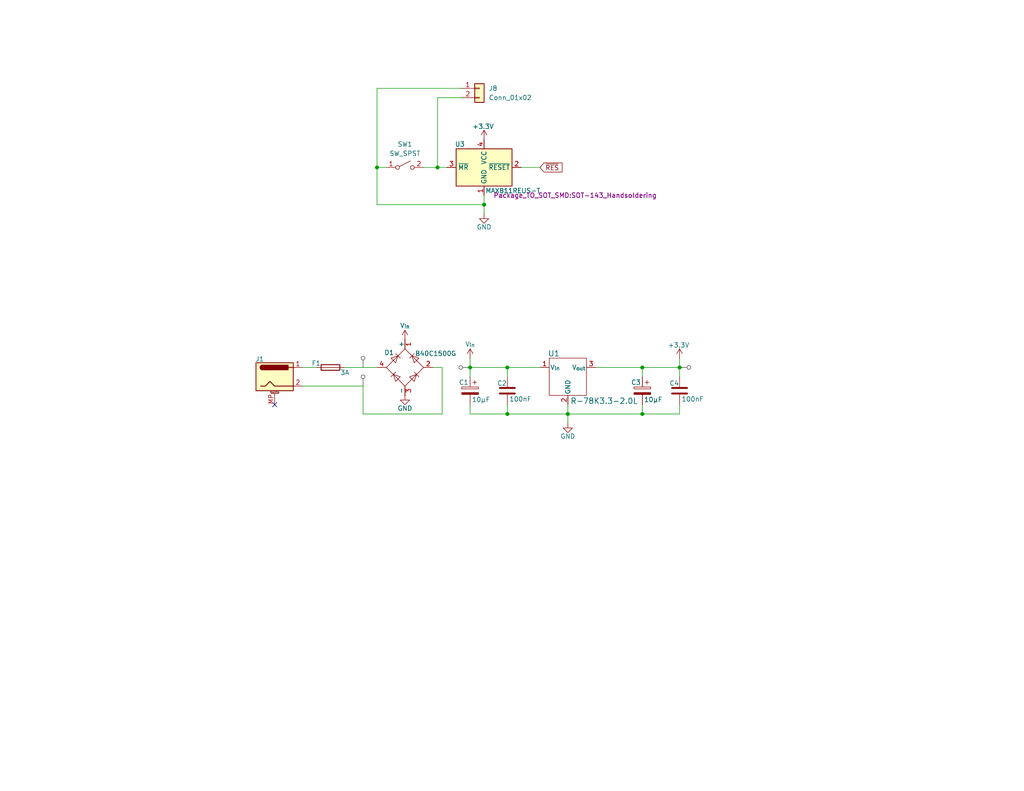
<source format=kicad_sch>
(kicad_sch (version 20231120) (generator "eeschema") (generator_version "8.0")
  (paper "A")
  (title_block (title "Sentinel 65X") (date "2024-05-24") (rev "5") (company "Studio 8502"))
  (lib_symbols
    (symbol "Connector:Barrel_Jack_MountingPin" (pin_names hide)
      (property "Reference" "J" (at 0 5.334 0))
      (property "Value" "Barrel_Jack_MountingPin" (at 1.27 -6.35 0))
      (symbol "Barrel_Jack_MountingPin_0_1"
        (rectangle (start -5.08 3.81) (end 5.08 -3.81) (stroke (width 0.254)) (fill (type background)))
        (arc (start -3.302 3.175) (mid -3.9343 2.54) (end -3.302 1.905) (stroke (width 0.254)))
        (arc (start -3.302 3.175) (mid -3.9343 2.54) (end -3.302 1.905) (stroke (width 0.254)) (fill (type outline)))
        (polyline (pts (xy 5.08 2.54) (xy 3.81 2.54)) (stroke (width 0.254)))
        (polyline (pts (xy -3.81 -2.54) (xy -2.54 -2.54) (xy -1.27 -1.27) (xy 0 -2.54) (xy 2.54 -2.54) (xy 5.08 -2.54)) (stroke (width 0.254)))
        (rectangle (start 3.683 3.175) (end -3.302 1.905) (stroke (width 0.254)) (fill (type outline)))
      )
      (symbol "Barrel_Jack_MountingPin_1_1"
        (polyline (pts (xy -1.016 -4.572) (xy 1.016 -4.572)) (stroke (width 0.1524)))
        (text "Mounting" (at 0 -4.191 0) (effects (font (size 0.381 0.381))))
        (pin passive line (at 7.62 2.54 180) (length 2.54) (name "~") (number "1"))
        (pin passive line (at 7.62 -2.54 180) (length 2.54) (name "~") (number "2"))
        (pin passive line (at 0 -7.62 90) (length 3.048) (name "MountPin") (number "MP"))
      )
    )
    (symbol "Connector_Generic:Conn_01x02" (pin_names (offset 1.016) hide)
      (property "Reference" "J" (at 0 2.54 0))
      (property "Value" "Conn_01x02" (at 0 -5.08 0))
      (symbol "Conn_01x02_1_1"
        (rectangle (start -1.27 -2.413) (end 0 -2.667) (stroke (width 0.1524)))
        (rectangle (start -1.27 0.127) (end 0 -0.127) (stroke (width 0.1524)))
        (rectangle (start -1.27 1.27) (end 1.27 -3.81) (stroke (width 0.254)) (fill (type background)))
        (pin passive line (at -5.08 0 0) (length 3.81) (name "Pin_1") (number "1"))
        (pin passive line (at -5.08 -2.54 0) (length 3.81) (name "Pin_2") (number "2"))
      )
    )
    (symbol "Device:C" (pin_numbers hide) (pin_names (offset 0.254))
      (property "Reference" "C" (at 0.635 2.54 0))
      (property "Value" "C" (at 0.635 -2.54 0))
      (symbol "C_0_1"
        (polyline (pts (xy -2.032 -0.762) (xy 2.032 -0.762)) (stroke (width 0.508)))
        (polyline (pts (xy -2.032 0.762) (xy 2.032 0.762)) (stroke (width 0.508)))
      )
      (symbol "C_1_1"
        (pin passive line (at 0 3.81 270) (length 2.794) (name "~") (number "1"))
        (pin passive line (at 0 -3.81 90) (length 2.794) (name "~") (number "2"))
      )
    )
    (symbol "Device:C_Polarized" (pin_numbers hide) (pin_names (offset 0.254))
      (property "Reference" "C" (at 0.635 2.54 0))
      (property "Value" "C_Polarized" (at 0.635 -2.54 0))
      (symbol "C_Polarized_0_1"
        (rectangle (start -2.286 0.508) (end 2.286 1.016))
        (polyline (pts (xy -1.778 2.286) (xy -0.762 2.286)))
        (polyline (pts (xy -1.27 2.794) (xy -1.27 1.778)))
        (rectangle (start 2.286 -0.508) (end -2.286 -1.016) (fill (type outline)))
      )
      (symbol "C_Polarized_1_1"
        (pin passive line (at 0 3.81 270) (length 2.794) (name "~") (number "1"))
        (pin passive line (at 0 -3.81 90) (length 2.794) (name "~") (number "2"))
      )
    )
    (symbol "Device:Fuse" (pin_numbers hide) (pin_names (offset 0))
      (property "Reference" "F" (at 2.032 0 90))
      (property "Value" "Fuse" (at -1.905 0 90))
      (symbol "Fuse_0_1"
        (rectangle (start -0.762 -2.54) (end 0.762 2.54) (stroke (width 0.254)))
        (polyline (pts (xy 0 2.54) (xy 0 -2.54)))
      )
      (symbol "Fuse_1_1"
        (pin passive line (at 0 3.81 270) (length 1.27) (name "~") (number "1"))
        (pin passive line (at 0 -3.81 90) (length 1.27) (name "~") (number "2"))
      )
    )
    (symbol "Diode_Bridge:B40C1500G" (pin_names (offset 0))
      (property "Reference" "D" (at 2.54 6.985 0))
      (property "Value" "B40C1500G" (at 2.54 5.08 0))
      (symbol "B40C1500G_0_1"
        (polyline (pts (xy -2.54 3.81) (xy -1.27 2.54)))
        (polyline (pts (xy -1.27 -2.54) (xy -2.54 -3.81)))
        (polyline (pts (xy 2.54 -1.27) (xy 3.81 -2.54)))
        (polyline (pts (xy 2.54 1.27) (xy 3.81 2.54)))
        (polyline (pts (xy -3.81 2.54) (xy -2.54 1.27) (xy -1.905 3.175) (xy -3.81 2.54)))
        (polyline (pts (xy -2.54 -1.27) (xy -3.81 -2.54) (xy -1.905 -3.175) (xy -2.54 -1.27)))
        (polyline (pts (xy 1.27 2.54) (xy 2.54 3.81) (xy 3.175 1.905) (xy 1.27 2.54)))
        (polyline (pts (xy 3.175 -1.905) (xy 1.27 -2.54) (xy 2.54 -3.81) (xy 3.175 -1.905)))
        (polyline (pts (xy -5.08 0) (xy 0 -5.08) (xy 5.08 0) (xy 0 5.08) (xy -5.08 0)))
      )
      (symbol "B40C1500G_1_1"
        (pin passive line (at 7.62 0 180) (length 2.54) (name "+") (number "1"))
        (pin passive line (at 0 -7.62 90) (length 2.54) (name "~") (number "2"))
        (pin passive line (at -7.62 0 0) (length 2.54) (name "-") (number "3"))
        (pin passive line (at 0 7.62 270) (length 2.54) (name "~") (number "4"))
      )
    )
    (symbol "Power_Supervisor:MAX811REUS-T"
      (property "Reference" "U" (at -7.62 6.35 0))
      (property "Value" "MAX811REUS-T" (at 1.27 6.35 0))
      (symbol "MAX811REUS-T_0_1"
        (rectangle (start -7.62 5.08) (end 7.62 -5.08) (stroke (width 0.254)) (fill (type background)))
      )
      (symbol "MAX811REUS-T_1_1"
        (pin power_in line (at 0 -7.62 90) (length 2.54) (name "GND") (number "1"))
        (pin output line (at 10.16 0 180) (length 2.54) (name "~{RESET}") (number "2"))
        (pin input line (at -10.16 0 0) (length 2.54) (name "~{MR}") (number "3"))
        (pin power_in line (at 0 7.62 270) (length 2.54) (name "VCC") (number "4"))
      )
    )
    (symbol "Sentinel 65X Prototype 5:R-78K3.3-2.0L" (pin_names (offset 0.254))
      (property "Reference" "U" (at 8.128 3.556 0))
      (property "Value" "R-78K3.3-2.0L" (at 22.098 -8.89 0))
      (symbol "R-78K3.3-2.0L_1_1"
        (rectangle (start 7.62 2.54) (end 17.78 -7.62))
        (pin power_in line (at 5.08 0 0) (length 2.54) (name "V_{in}") (number "1"))
        (pin power_out line (at 12.7 -10.16 90) (length 2.54) (name "GND") (number "2"))
        (pin power_out line (at 20.32 0 180) (length 2.54) (name "V_{out}") (number "3"))
      )
    )
    (symbol "Switch:SW_SPST" (pin_names (offset 0) hide)
      (property "Reference" "SW" (at 0 3.175 0))
      (property "Value" "SW_SPST" (at 0 -2.54 0))
      (symbol "SW_SPST_0_0"
        (circle (center -2.032 0) (radius 0.508))
        (polyline (pts (xy -1.524 0.254) (xy 1.524 1.778)))
        (circle (center 2.032 0) (radius 0.508))
      )
      (symbol "SW_SPST_1_1"
        (pin passive line (at -5.08 0 0) (length 2.54) (name "A") (number "1"))
        (pin passive line (at 5.08 0 180) (length 2.54) (name "B") (number "2"))
      )
    )
    (symbol "power:+3.3V" (power) (pin_numbers hide) (pin_names (offset 0) hide)
      (property "Value" "+3.3V" (at 0 3.556 0))
      (symbol "+3.3V_0_1"
        (polyline (pts (xy -0.762 1.27) (xy 0 2.54)))
        (polyline (pts (xy 0 0) (xy 0 2.54)))
        (polyline (pts (xy 0 2.54) (xy 0.762 1.27)))
      )
      (symbol "+3.3V_1_1"
        (pin power_in line (at 0 0 90) (length 0) (name "~") (number "1"))
      )
    )
    (symbol "power:GND" (power) (pin_numbers hide) (pin_names (offset 0) hide)
      (property "Value" "GND" (at 0 -3.81 0))
      (symbol "GND_0_1"
        (polyline (pts (xy 0 0) (xy 0 -1.27) (xy 1.27 -1.27) (xy 0 -2.54) (xy -1.27 -1.27) (xy 0 -1.27)))
      )
      (symbol "GND_1_1"
        (pin power_in line (at 0 0 270) (length 0) (name "~") (number "1"))
      )
    )
    (symbol "power:VCC" (power) (pin_numbers hide) (pin_names (offset 0) hide)
      (property "Value" "VCC" (at 0 3.556 0))
      (symbol "VCC_0_1"
        (polyline (pts (xy -0.762 1.27) (xy 0 2.54)))
        (polyline (pts (xy 0 0) (xy 0 2.54)))
        (polyline (pts (xy 0 2.54) (xy 0.762 1.27)))
      )
      (symbol "VCC_1_1"
        (pin power_in line (at 0 0 90) (length 0) (name "~") (number "1"))
      )
    )
  )
  (bus_alias "Control_Signals" (members "~{RES}" "~{IRQ}" "~{VIRQ}" "~{NMI}" "~{RD}" "~{WR}" "R/~{W}"))
  (junction (at 185.42 100.33))
  (junction (at 119.38 45.72))
  (junction (at 138.43 100.33))
  (junction (at 138.43 113.03))
  (junction (at 128.27 100.33))
  (junction (at 132.08 55.88))
  (junction (at 154.94 113.03))
  (junction (at 175.26 100.33))
  (junction (at 175.26 113.03))
  (junction (at 102.87 45.72))
  (no_connect (at 74.93 110.49))
  (wire (pts (xy 175.26 110.49) (xy 175.26 113.03)))
  (wire (pts (xy 115.57 45.72) (xy 119.38 45.72)))
  (wire (pts (xy 119.38 26.67) (xy 125.73 26.67)))
  (wire (pts (xy 138.43 100.33) (xy 138.43 102.87)))
  (wire (pts (xy 118.11 100.33) (xy 120.65 100.33)))
  (wire (pts (xy 128.27 110.49) (xy 128.27 113.03)))
  (wire (pts (xy 147.32 45.72) (xy 142.24 45.72)))
  (wire (pts (xy 82.55 100.33) (xy 86.36 100.33)))
  (wire (pts (xy 128.27 113.03) (xy 138.43 113.03)))
  (wire (pts (xy 82.55 105.41) (xy 99.06 105.41)))
  (wire (pts (xy 102.87 24.13) (xy 125.73 24.13)))
  (wire (pts (xy 99.06 105.41) (xy 99.06 113.03)))
  (wire (pts (xy 185.42 97.79) (xy 185.42 100.33)))
  (wire (pts (xy 175.26 100.33) (xy 185.42 100.33)))
  (wire (pts (xy 128.27 97.79) (xy 128.27 100.33)))
  (wire (pts (xy 102.87 45.72) (xy 105.41 45.72)))
  (wire (pts (xy 102.87 24.13) (xy 102.87 45.72)))
  (wire (pts (xy 128.27 100.33) (xy 138.43 100.33)))
  (wire (pts (xy 93.98 100.33) (xy 102.87 100.33)))
  (wire (pts (xy 132.08 58.42) (xy 132.08 55.88)))
  (wire (pts (xy 185.42 110.49) (xy 185.42 113.03)))
  (wire (pts (xy 138.43 110.49) (xy 138.43 113.03)))
  (wire (pts (xy 132.08 55.88) (xy 132.08 53.34)))
  (wire (pts (xy 119.38 45.72) (xy 121.92 45.72)))
  (wire (pts (xy 154.94 110.49) (xy 154.94 113.03)))
  (wire (pts (xy 102.87 45.72) (xy 102.87 55.88)))
  (wire (pts (xy 138.43 100.33) (xy 147.32 100.33)))
  (wire (pts (xy 185.42 100.33) (xy 185.42 102.87)))
  (wire (pts (xy 99.06 113.03) (xy 120.65 113.03)))
  (wire (pts (xy 175.26 113.03) (xy 185.42 113.03)))
  (wire (pts (xy 175.26 100.33) (xy 175.26 102.87)))
  (wire (pts (xy 120.65 100.33) (xy 120.65 113.03)))
  (wire (pts (xy 128.27 100.33) (xy 128.27 102.87)))
  (wire (pts (xy 138.43 113.03) (xy 154.94 113.03)))
  (wire (pts (xy 154.94 113.03) (xy 154.94 115.57)))
  (wire (pts (xy 119.38 26.67) (xy 119.38 45.72)))
  (wire (pts (xy 162.56 100.33) (xy 175.26 100.33)))
  (wire (pts (xy 154.94 113.03) (xy 175.26 113.03)))
  (wire (pts (xy 102.87 55.88) (xy 132.08 55.88)))
  (global_label "~{RES}" (shape input) (at 147.32 45.72 0) (property "Intersheetrefs" "${INTERSHEET_REFS}" (effects (hide yes))))
  (netclass_flag "" (length 2.54) (shape round) (at 99.06 100.33 0) (property "Netclass" "Power" (effects (hide yes))))
  (netclass_flag "" (length 2.54) (shape round) (at 128.27 100.33 90) (property "Netclass" "Power" (effects (hide yes))))
  (netclass_flag "" (length 2.54) (shape round) (at 99.06 105.41 0) (property "Netclass" "Power" (effects (hide yes))))
  (netclass_flag "" (length 2.54) (shape round) (at 185.42 100.33 270) (property "Netclass" "Power" (effects (hide yes))))
  (symbol (lib_id "Device:C") (at 185.42 106.68 0) (unit 1)
    (property "Reference" "C4" (at 182.626 104.648 0) (effects (justify left)))
    (property "Value" "100nF" (at 185.928 108.966 0) (effects (justify left)))
    (property "Footprint" "Capacitor_SMD:C_0402_1005Metric" (effects (hide yes)))
    (property "Datasheet" "https://wmsc.lcsc.com/wmsc/upload/file/pdf/v2/lcsc/2304140030_Samsung-Electro-Mechanics-CL05B104KO5NNNC_C1525.pdf" (effects (hide yes)))
    (property "Description" "50V 100nF X7R ±10% 0402  Multilayer Ceramic Capacitors MLCC - SMD/SMT ROHS" (effects (hide yes)))
    (property "JLCPCB Part #" "C307331" (effects (hide yes)))
    (property "Manufacturer" "Samsung Electro-Mechanics" (effects (hide yes)))
    (property "MFR.Part #" "CL05B104KB54PNC" (effects (hide yes)))
  )
  (symbol (lib_id "Device:C") (at 138.43 106.68 0) (unit 1)
    (property "Reference" "C2" (at 135.636 104.648 0) (effects (justify left)))
    (property "Value" "100nF" (at 138.938 108.966 0) (effects (justify left)))
    (property "Footprint" "Capacitor_SMD:C_0402_1005Metric" (effects (hide yes)))
    (property "Datasheet" "https://wmsc.lcsc.com/wmsc/upload/file/pdf/v2/lcsc/2304140030_Samsung-Electro-Mechanics-CL05B104KO5NNNC_C1525.pdf" (effects (hide yes)))
    (property "Description" "50V 100nF X7R ±10% 0402  Multilayer Ceramic Capacitors MLCC - SMD/SMT ROHS" (effects (hide yes)))
    (property "JLCPCB Part #" "C307331" (effects (hide yes)))
    (property "Manufacturer" "Samsung Electro-Mechanics" (effects (hide yes)))
    (property "MFR.Part #" "CL05B104KB54PNC" (effects (hide yes)))
  )
  (symbol (lib_id "power:GND") (at 154.94 115.57 0) (unit 1)
    (property "Reference" "#PWR04" (effects (hide yes)))
    (property "Value" "GND" (at 154.94 119.126 0))
    (property "Description" "Power symbol creates a global label with name \"GND\" , ground" (effects (hide yes)))
  )
  (symbol (lib_id "Device:C_Polarized") (at 128.27 106.68 0) (mirror y) (unit 1)
    (property "Reference" "C1" (at 127.8838 104.4093 0) (effects (justify left)))
    (property "Value" "10µF" (at 133.7731 109.1016 0) (effects (justify left)))
    (property "Footprint" "Capacitor_SMD:CP_Elec_6.3x5.4_Nichicon" (effects (hide yes)))
    (property "Datasheet" "https://wmsc.lcsc.com/wmsc/upload/file/pdf/v2/lcsc/2304140030_Nichicon-UWT1H100MCL1GB_C445064.pdf" (effects (hide yes)))
    (property "Description" "Polarized capacitor" (effects (hide yes)))
    (property "JLCPCB Part #" "C445064" (effects (hide yes)))
    (property "Manufacturer" "Nichicon" (effects (hide yes)))
    (property "MFR.Part #" "UWT1H100MCL1GB" (effects (hide yes)))
  )
  (symbol (lib_id "Connector_Generic:Conn_01x02") (at 130.81 24.13 0) (unit 1)
    (property "Reference" "J8" (at 133.35 24.1299 0) (effects (justify left)))
    (property "Value" "Conn_01x02" (at 133.35 26.6699 0) (effects (justify left)))
    (property "Footprint" "Connector_PinHeader_2.54mm:PinHeader_1x02_P2.54mm_Vertical_SMD_Pin1Left" (effects (hide yes)))
    (property "Datasheet" "https://wmsc.lcsc.com/wmsc/upload/file/pdf/v2/lcsc/2402260705_DEALON-DZ254S-11-02-48_C5160785.pdf" (effects (hide yes)))
    (property "Description" "Brick nogging Square Pins 2P 2.54mm Plugin 1x2P SMD,P=2.54mm Pin Headers ROHS Copy " (effects (hide yes)))
    (property "JLCPCB Part #" "C5160785" (effects (hide yes)))
    (property "Manufacturer" "DEALON" (effects (hide yes)))
    (property "MFR.Part #" "DZ254S-11-02-48" (effects (hide yes)))
  )
  (symbol (lib_id "Power_Supervisor:MAX811REUS-T") (at 132.08 45.72 0) (unit 1)
    (property "Reference" "U3" (at 125.476 39.37 0))
    (property "Value" "MAX811REUS-T" (at 139.954 52.07 0))
    (property "Footprint" "Package_TO_SOT_SMD:SOT-143_Handsoldering" (at 134.62 53.34 0) (effects (justify left)))
    (property "Datasheet" "https://datasheets.maximintegrated.com/en/ds/MAX811-MAX812.pdf" (effects (hide yes)))
    (property "Description" "Power supply supervisor, Manual reset, Threshold 2.63V, SOT-143" (effects (hide yes)))
    (property "JLCPCB Part #" "C53437" (effects (hide yes)))
    (property "Manufacturer" "Analog Devices Inc./Maxim Integrated" (effects (hide yes)))
    (property "MFR.Part #" "MAX811REUS+T" (effects (hide yes)))
  )
  (symbol (lib_id "Sentinel 65X Prototype 5:R-78K3.3-2.0L") (at 142.24 100.33 0) (unit 1)
    (property "Reference" "U1" (at 151.13 96.52 0) (effects (font (size 1.524 1.524))))
    (property "Value" "R-78K3.3-2.0L" (at 164.846 109.474 0) (effects (font (size 1.524 1.524))))
    (property "Footprint" "Sentinel 65X Prototype 5:R-78K-2p0L_RCP" (effects (hide yes)))
    (property "Datasheet" "https://www.mouser.ca/datasheet/2/468/R_78K_2_0-3105378.pdf" (effects (hide yes)))
    (property "Description" " Non-Isolated DC/DC Converters 2A 4.5-36Vin 3.3Vout " (effects (hide yes)))
    (property "Manufacturer" "RECOM Power" (effects (hide yes)))
    (property "MFR.Part #" " R-78K3.3-2.0L" (effects (hide yes)))
    (property "Mouser Part #" " 919-R-78K3.3-2.0L" (effects (hide yes)))
    (property "Digi-Key Part #" "945-R-78K3.3-2.0L-ND" (effects (hide yes)))
  )
  (symbol (lib_id "Diode_Bridge:B40C1500G") (at 110.49 100.33 90) (unit 1)
    (property "Reference" "D1" (at 106.172 96.266 90))
    (property "Value" "B40C1500G" (at 118.872 96.52 90))
    (property "Footprint" "Diode_THT:Diode_Bridge_Round_D9.8mm" (effects (hide yes)))
    (property "Datasheet" "https://www.vishay.com/docs/88501/b40c1500g.pdf" (effects (hide yes)))
    (property "Description" "Glass Passivated Single-Phase Bridge Rectifier, 40V Vrms, 1.5A If, WOG package" (effects (hide yes)))
  )
  (symbol (lib_id "Device:Fuse") (at 90.17 100.33 90) (unit 1)
    (property "Reference" "F1" (at 87.5253 99.1932 90) (effects (justify left)))
    (property "Value" "3A" (at 95.344 101.7167 90) (effects (justify left)))
    (property "Footprint" "Fuse:Fuseholder_Clip-5x20mm_Schurter_CQM_Inline_P20.60x5.00mm_D1.00mm_Horizontal" (effects (hide yes)))
    (property "Datasheet" "https://wmsc.lcsc.com/wmsc/upload/file/pdf/v2/lcsc/2304140030_BOURNS-SF-1206HI200M-2_C1972663.pdf" (effects (hide yes)))
  )
  (symbol (lib_id "power:+3.3V") (at 185.42 97.79 0) (unit 1)
    (property "Reference" "#PWR05" (effects (hide yes)))
    (property "Value" "+3.3V" (at 185.166 94.234 0))
    (property "Description" "Power symbol creates a global label with name \"+3.3V\"" (effects (hide yes)))
  )
  (symbol (lib_id "Switch:SW_SPST") (at 110.49 45.72 0) (unit 1)
    (property "Reference" "SW1" (at 110.49 39.37 0))
    (property "Value" "SW_SPST" (at 110.49 41.91 0))
    (property "Footprint" "Button_Switch_SMD:SW_Push_1P1T_XKB_TS-1187A" (effects (hide yes)))
    (property "Datasheet" "https://wmsc.lcsc.com/wmsc/upload/file/pdf/v2/lcsc/2304140030_XKB-Connection-TS-1187A-B-A-B_C318884.pdf" (effects (hide yes)))
    (property "Description" "Single Pole Single Throw (SPST) switch" (effects (hide yes)))
    (property "JLCPCB Part #" "C318884" (effects (hide yes)))
    (property "Manufacturer" "XKB Connection" (effects (hide yes)))
    (property "MFR.Part #" "TS-1187A-B-A-B" (effects (hide yes)))
  )
  (symbol (lib_id "power:+3.3V") (at 132.08 38.1 0) (unit 1)
    (property "Reference" "#PWR020" (effects (hide yes)))
    (property "Value" "+3.3V" (at 131.826 34.544 0))
    (property "Description" "Power symbol creates a global label with name \"+3.3V\"" (effects (hide yes)))
  )
  (symbol (lib_id "power:VCC") (at 110.49 92.71 0) (unit 1)
    (property "Reference" "#PWR03" (effects (hide yes)))
    (property "Value" "V_{in}" (at 110.49 88.9 0))
    (property "Description" "Power symbol creates a global label with name \"V_{in}\"" (effects (hide yes)))
  )
  (symbol (lib_id "power:GND") (at 132.08 58.42 0) (unit 1)
    (property "Reference" "#PWR021" (effects (hide yes)))
    (property "Value" "GND" (at 132.08 61.976 0))
    (property "Description" "Power symbol creates a global label with name \"GND\" , ground" (effects (hide yes)))
  )
  (symbol (lib_id "Connector:Barrel_Jack_MountingPin") (at 74.93 102.87 0) (unit 1)
    (property "Reference" "J1" (at 70.866 98.044 0))
    (property "Value" "Barrel_Jack_MountingPin" (effects (hide yes)))
    (property "Footprint" "Connector_BarrelJack:BarrelJack_Horizontal" (effects (hide yes)))
    (property "Datasheet" "https://wmsc.lcsc.com/wmsc/upload/file/pdf/v2/lcsc/2308221657_BOOMELE-Boom-Precision-Elec-DC-005-2-0_C16214.pdf" (effects (hide yes)))
    (property "Description" "DC Barrel Jack with a mounting pin" (effects (hide yes)))
    (property "JLCPCB Part #" "C16214" (effects (hide yes)))
    (property "Manufacturer" "BOOMELE(Boom Precision Elec)" (effects (hide yes)))
    (property "MFR.Part #" "DC-005 2.0" (effects (hide yes)))
  )
  (symbol (lib_id "Device:C_Polarized") (at 175.26 106.68 0) (mirror y) (unit 1)
    (property "Reference" "C3" (at 174.8738 104.4093 0) (effects (justify left)))
    (property "Value" "10µF" (at 180.7631 109.1016 0) (effects (justify left)))
    (property "Footprint" "Capacitor_SMD:CP_Elec_6.3x5.4_Nichicon" (effects (hide yes)))
    (property "Datasheet" "https://wmsc.lcsc.com/wmsc/upload/file/pdf/v2/lcsc/2304140030_Nichicon-UWT1H100MCL1GB_C445064.pdf" (effects (hide yes)))
    (property "Description" "Polarized capacitor" (effects (hide yes)))
    (property "JLCPCB Part #" "C445064" (effects (hide yes)))
    (property "Manufacturer" "Nichicon" (effects (hide yes)))
    (property "MFR.Part #" "UWT1H100MCL1GB" (effects (hide yes)))
  )
  (symbol (lib_id "power:GND") (at 110.49 107.95 0) (unit 1)
    (property "Reference" "#PWR01" (effects (hide yes)))
    (property "Value" "GND" (at 110.49 111.506 0))
    (property "Description" "Power symbol creates a global label with name \"GND\" , ground" (effects (hide yes)))
  )
  (symbol (lib_id "power:VCC") (at 128.27 97.79 0) (unit 1)
    (property "Reference" "#PWR02" (effects (hide yes)))
    (property "Value" "V_{in}" (at 128.27 93.98 0))
    (property "Description" "Power symbol creates a global label with name \"V_{in}\"" (effects (hide yes)))
  )
)
</source>
